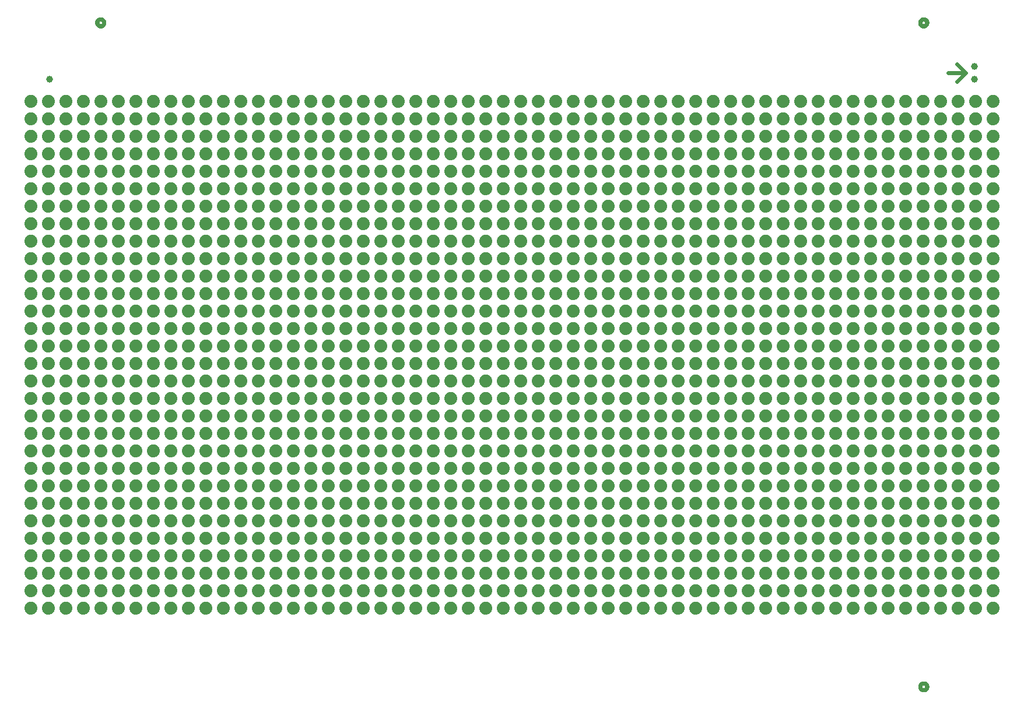
<source format=gtl>
G75*
%MOIN*%
%OFA0B0*%
%FSLAX25Y25*%
%IPPOS*%
%LPD*%
%AMOC8*
5,1,8,0,0,1.08239X$1,22.5*
%
%ADD10C,0.02400*%
%ADD11C,0.03937*%
%ADD12C,0.07400*%
D10*
X0526269Y0008690D02*
X0526271Y0008778D01*
X0526277Y0008866D01*
X0526287Y0008954D01*
X0526301Y0009042D01*
X0526318Y0009128D01*
X0526340Y0009214D01*
X0526365Y0009298D01*
X0526395Y0009382D01*
X0526427Y0009464D01*
X0526464Y0009544D01*
X0526504Y0009623D01*
X0526548Y0009700D01*
X0526595Y0009775D01*
X0526645Y0009847D01*
X0526699Y0009918D01*
X0526755Y0009985D01*
X0526815Y0010051D01*
X0526877Y0010113D01*
X0526943Y0010173D01*
X0527010Y0010229D01*
X0527081Y0010283D01*
X0527153Y0010333D01*
X0527228Y0010380D01*
X0527305Y0010424D01*
X0527384Y0010464D01*
X0527464Y0010501D01*
X0527546Y0010533D01*
X0527630Y0010563D01*
X0527714Y0010588D01*
X0527800Y0010610D01*
X0527886Y0010627D01*
X0527974Y0010641D01*
X0528062Y0010651D01*
X0528150Y0010657D01*
X0528238Y0010659D01*
X0528326Y0010657D01*
X0528414Y0010651D01*
X0528502Y0010641D01*
X0528590Y0010627D01*
X0528676Y0010610D01*
X0528762Y0010588D01*
X0528846Y0010563D01*
X0528930Y0010533D01*
X0529012Y0010501D01*
X0529092Y0010464D01*
X0529171Y0010424D01*
X0529248Y0010380D01*
X0529323Y0010333D01*
X0529395Y0010283D01*
X0529466Y0010229D01*
X0529533Y0010173D01*
X0529599Y0010113D01*
X0529661Y0010051D01*
X0529721Y0009985D01*
X0529777Y0009918D01*
X0529831Y0009847D01*
X0529881Y0009775D01*
X0529928Y0009700D01*
X0529972Y0009623D01*
X0530012Y0009544D01*
X0530049Y0009464D01*
X0530081Y0009382D01*
X0530111Y0009298D01*
X0530136Y0009214D01*
X0530158Y0009128D01*
X0530175Y0009042D01*
X0530189Y0008954D01*
X0530199Y0008866D01*
X0530205Y0008778D01*
X0530207Y0008690D01*
X0530205Y0008602D01*
X0530199Y0008514D01*
X0530189Y0008426D01*
X0530175Y0008338D01*
X0530158Y0008252D01*
X0530136Y0008166D01*
X0530111Y0008082D01*
X0530081Y0007998D01*
X0530049Y0007916D01*
X0530012Y0007836D01*
X0529972Y0007757D01*
X0529928Y0007680D01*
X0529881Y0007605D01*
X0529831Y0007533D01*
X0529777Y0007462D01*
X0529721Y0007395D01*
X0529661Y0007329D01*
X0529599Y0007267D01*
X0529533Y0007207D01*
X0529466Y0007151D01*
X0529395Y0007097D01*
X0529323Y0007047D01*
X0529248Y0007000D01*
X0529171Y0006956D01*
X0529092Y0006916D01*
X0529012Y0006879D01*
X0528930Y0006847D01*
X0528846Y0006817D01*
X0528762Y0006792D01*
X0528676Y0006770D01*
X0528590Y0006753D01*
X0528502Y0006739D01*
X0528414Y0006729D01*
X0528326Y0006723D01*
X0528238Y0006721D01*
X0528150Y0006723D01*
X0528062Y0006729D01*
X0527974Y0006739D01*
X0527886Y0006753D01*
X0527800Y0006770D01*
X0527714Y0006792D01*
X0527630Y0006817D01*
X0527546Y0006847D01*
X0527464Y0006879D01*
X0527384Y0006916D01*
X0527305Y0006956D01*
X0527228Y0007000D01*
X0527153Y0007047D01*
X0527081Y0007097D01*
X0527010Y0007151D01*
X0526943Y0007207D01*
X0526877Y0007267D01*
X0526815Y0007329D01*
X0526755Y0007395D01*
X0526699Y0007462D01*
X0526645Y0007533D01*
X0526595Y0007605D01*
X0526548Y0007680D01*
X0526504Y0007757D01*
X0526464Y0007836D01*
X0526427Y0007916D01*
X0526395Y0007998D01*
X0526365Y0008082D01*
X0526340Y0008166D01*
X0526318Y0008252D01*
X0526301Y0008338D01*
X0526287Y0008426D01*
X0526277Y0008514D01*
X0526271Y0008602D01*
X0526269Y0008690D01*
X0547253Y0354900D02*
X0552253Y0359900D01*
X0547253Y0364900D01*
X0542253Y0359900D02*
X0552253Y0359900D01*
X0526269Y0388611D02*
X0526271Y0388699D01*
X0526277Y0388787D01*
X0526287Y0388875D01*
X0526301Y0388963D01*
X0526318Y0389049D01*
X0526340Y0389135D01*
X0526365Y0389219D01*
X0526395Y0389303D01*
X0526427Y0389385D01*
X0526464Y0389465D01*
X0526504Y0389544D01*
X0526548Y0389621D01*
X0526595Y0389696D01*
X0526645Y0389768D01*
X0526699Y0389839D01*
X0526755Y0389906D01*
X0526815Y0389972D01*
X0526877Y0390034D01*
X0526943Y0390094D01*
X0527010Y0390150D01*
X0527081Y0390204D01*
X0527153Y0390254D01*
X0527228Y0390301D01*
X0527305Y0390345D01*
X0527384Y0390385D01*
X0527464Y0390422D01*
X0527546Y0390454D01*
X0527630Y0390484D01*
X0527714Y0390509D01*
X0527800Y0390531D01*
X0527886Y0390548D01*
X0527974Y0390562D01*
X0528062Y0390572D01*
X0528150Y0390578D01*
X0528238Y0390580D01*
X0528326Y0390578D01*
X0528414Y0390572D01*
X0528502Y0390562D01*
X0528590Y0390548D01*
X0528676Y0390531D01*
X0528762Y0390509D01*
X0528846Y0390484D01*
X0528930Y0390454D01*
X0529012Y0390422D01*
X0529092Y0390385D01*
X0529171Y0390345D01*
X0529248Y0390301D01*
X0529323Y0390254D01*
X0529395Y0390204D01*
X0529466Y0390150D01*
X0529533Y0390094D01*
X0529599Y0390034D01*
X0529661Y0389972D01*
X0529721Y0389906D01*
X0529777Y0389839D01*
X0529831Y0389768D01*
X0529881Y0389696D01*
X0529928Y0389621D01*
X0529972Y0389544D01*
X0530012Y0389465D01*
X0530049Y0389385D01*
X0530081Y0389303D01*
X0530111Y0389219D01*
X0530136Y0389135D01*
X0530158Y0389049D01*
X0530175Y0388963D01*
X0530189Y0388875D01*
X0530199Y0388787D01*
X0530205Y0388699D01*
X0530207Y0388611D01*
X0530205Y0388523D01*
X0530199Y0388435D01*
X0530189Y0388347D01*
X0530175Y0388259D01*
X0530158Y0388173D01*
X0530136Y0388087D01*
X0530111Y0388003D01*
X0530081Y0387919D01*
X0530049Y0387837D01*
X0530012Y0387757D01*
X0529972Y0387678D01*
X0529928Y0387601D01*
X0529881Y0387526D01*
X0529831Y0387454D01*
X0529777Y0387383D01*
X0529721Y0387316D01*
X0529661Y0387250D01*
X0529599Y0387188D01*
X0529533Y0387128D01*
X0529466Y0387072D01*
X0529395Y0387018D01*
X0529323Y0386968D01*
X0529248Y0386921D01*
X0529171Y0386877D01*
X0529092Y0386837D01*
X0529012Y0386800D01*
X0528930Y0386768D01*
X0528846Y0386738D01*
X0528762Y0386713D01*
X0528676Y0386691D01*
X0528590Y0386674D01*
X0528502Y0386660D01*
X0528414Y0386650D01*
X0528326Y0386644D01*
X0528238Y0386642D01*
X0528150Y0386644D01*
X0528062Y0386650D01*
X0527974Y0386660D01*
X0527886Y0386674D01*
X0527800Y0386691D01*
X0527714Y0386713D01*
X0527630Y0386738D01*
X0527546Y0386768D01*
X0527464Y0386800D01*
X0527384Y0386837D01*
X0527305Y0386877D01*
X0527228Y0386921D01*
X0527153Y0386968D01*
X0527081Y0387018D01*
X0527010Y0387072D01*
X0526943Y0387128D01*
X0526877Y0387188D01*
X0526815Y0387250D01*
X0526755Y0387316D01*
X0526699Y0387383D01*
X0526645Y0387454D01*
X0526595Y0387526D01*
X0526548Y0387601D01*
X0526504Y0387678D01*
X0526464Y0387757D01*
X0526427Y0387837D01*
X0526395Y0387919D01*
X0526365Y0388003D01*
X0526340Y0388087D01*
X0526318Y0388173D01*
X0526301Y0388259D01*
X0526287Y0388347D01*
X0526277Y0388435D01*
X0526271Y0388523D01*
X0526269Y0388611D01*
X0055796Y0388611D02*
X0055798Y0388699D01*
X0055804Y0388787D01*
X0055814Y0388875D01*
X0055828Y0388963D01*
X0055845Y0389049D01*
X0055867Y0389135D01*
X0055892Y0389219D01*
X0055922Y0389303D01*
X0055954Y0389385D01*
X0055991Y0389465D01*
X0056031Y0389544D01*
X0056075Y0389621D01*
X0056122Y0389696D01*
X0056172Y0389768D01*
X0056226Y0389839D01*
X0056282Y0389906D01*
X0056342Y0389972D01*
X0056404Y0390034D01*
X0056470Y0390094D01*
X0056537Y0390150D01*
X0056608Y0390204D01*
X0056680Y0390254D01*
X0056755Y0390301D01*
X0056832Y0390345D01*
X0056911Y0390385D01*
X0056991Y0390422D01*
X0057073Y0390454D01*
X0057157Y0390484D01*
X0057241Y0390509D01*
X0057327Y0390531D01*
X0057413Y0390548D01*
X0057501Y0390562D01*
X0057589Y0390572D01*
X0057677Y0390578D01*
X0057765Y0390580D01*
X0057853Y0390578D01*
X0057941Y0390572D01*
X0058029Y0390562D01*
X0058117Y0390548D01*
X0058203Y0390531D01*
X0058289Y0390509D01*
X0058373Y0390484D01*
X0058457Y0390454D01*
X0058539Y0390422D01*
X0058619Y0390385D01*
X0058698Y0390345D01*
X0058775Y0390301D01*
X0058850Y0390254D01*
X0058922Y0390204D01*
X0058993Y0390150D01*
X0059060Y0390094D01*
X0059126Y0390034D01*
X0059188Y0389972D01*
X0059248Y0389906D01*
X0059304Y0389839D01*
X0059358Y0389768D01*
X0059408Y0389696D01*
X0059455Y0389621D01*
X0059499Y0389544D01*
X0059539Y0389465D01*
X0059576Y0389385D01*
X0059608Y0389303D01*
X0059638Y0389219D01*
X0059663Y0389135D01*
X0059685Y0389049D01*
X0059702Y0388963D01*
X0059716Y0388875D01*
X0059726Y0388787D01*
X0059732Y0388699D01*
X0059734Y0388611D01*
X0059732Y0388523D01*
X0059726Y0388435D01*
X0059716Y0388347D01*
X0059702Y0388259D01*
X0059685Y0388173D01*
X0059663Y0388087D01*
X0059638Y0388003D01*
X0059608Y0387919D01*
X0059576Y0387837D01*
X0059539Y0387757D01*
X0059499Y0387678D01*
X0059455Y0387601D01*
X0059408Y0387526D01*
X0059358Y0387454D01*
X0059304Y0387383D01*
X0059248Y0387316D01*
X0059188Y0387250D01*
X0059126Y0387188D01*
X0059060Y0387128D01*
X0058993Y0387072D01*
X0058922Y0387018D01*
X0058850Y0386968D01*
X0058775Y0386921D01*
X0058698Y0386877D01*
X0058619Y0386837D01*
X0058539Y0386800D01*
X0058457Y0386768D01*
X0058373Y0386738D01*
X0058289Y0386713D01*
X0058203Y0386691D01*
X0058117Y0386674D01*
X0058029Y0386660D01*
X0057941Y0386650D01*
X0057853Y0386644D01*
X0057765Y0386642D01*
X0057677Y0386644D01*
X0057589Y0386650D01*
X0057501Y0386660D01*
X0057413Y0386674D01*
X0057327Y0386691D01*
X0057241Y0386713D01*
X0057157Y0386738D01*
X0057073Y0386768D01*
X0056991Y0386800D01*
X0056911Y0386837D01*
X0056832Y0386877D01*
X0056755Y0386921D01*
X0056680Y0386968D01*
X0056608Y0387018D01*
X0056537Y0387072D01*
X0056470Y0387128D01*
X0056404Y0387188D01*
X0056342Y0387250D01*
X0056282Y0387316D01*
X0056226Y0387383D01*
X0056172Y0387454D01*
X0056122Y0387526D01*
X0056075Y0387601D01*
X0056031Y0387678D01*
X0055991Y0387757D01*
X0055954Y0387837D01*
X0055922Y0387919D01*
X0055892Y0388003D01*
X0055867Y0388087D01*
X0055845Y0388173D01*
X0055828Y0388259D01*
X0055814Y0388347D01*
X0055804Y0388435D01*
X0055798Y0388523D01*
X0055796Y0388611D01*
D11*
X0028750Y0356150D03*
X0557253Y0356150D03*
X0557253Y0363650D03*
D12*
X0018001Y0053650D03*
X0028001Y0053650D03*
X0038001Y0053650D03*
X0048001Y0053650D03*
X0058001Y0053650D03*
X0068001Y0053650D03*
X0078001Y0053650D03*
X0088001Y0053650D03*
X0098001Y0053650D03*
X0108001Y0053650D03*
X0118001Y0053650D03*
X0128001Y0053650D03*
X0138001Y0053650D03*
X0148001Y0053650D03*
X0158001Y0053650D03*
X0168001Y0053650D03*
X0178001Y0053650D03*
X0188001Y0053650D03*
X0198001Y0053650D03*
X0208001Y0053650D03*
X0218001Y0053650D03*
X0228001Y0053650D03*
X0238001Y0053650D03*
X0248001Y0053650D03*
X0258001Y0053650D03*
X0268001Y0053650D03*
X0278001Y0053650D03*
X0288001Y0053650D03*
X0298001Y0053650D03*
X0308001Y0053650D03*
X0318001Y0053650D03*
X0328001Y0053650D03*
X0338001Y0053650D03*
X0348001Y0053650D03*
X0358001Y0053650D03*
X0368001Y0053650D03*
X0378001Y0053650D03*
X0388001Y0053650D03*
X0398001Y0053650D03*
X0408001Y0053650D03*
X0418001Y0053650D03*
X0428001Y0053650D03*
X0438001Y0053650D03*
X0448001Y0053650D03*
X0458001Y0053650D03*
X0468001Y0053650D03*
X0478001Y0053650D03*
X0488001Y0053650D03*
X0498001Y0053650D03*
X0508001Y0053650D03*
X0518001Y0053650D03*
X0528001Y0053650D03*
X0538001Y0053650D03*
X0548001Y0053650D03*
X0558001Y0053650D03*
X0568001Y0053650D03*
X0568001Y0063650D03*
X0558001Y0063650D03*
X0548001Y0063650D03*
X0538001Y0063650D03*
X0528001Y0063650D03*
X0518001Y0063650D03*
X0508001Y0063650D03*
X0498001Y0063650D03*
X0488001Y0063650D03*
X0478001Y0063650D03*
X0468001Y0063650D03*
X0458001Y0063650D03*
X0448001Y0063650D03*
X0438001Y0063650D03*
X0428001Y0063650D03*
X0418001Y0063650D03*
X0408001Y0063650D03*
X0398001Y0063650D03*
X0388001Y0063650D03*
X0378001Y0063650D03*
X0368001Y0063650D03*
X0358001Y0063650D03*
X0348001Y0063650D03*
X0338001Y0063650D03*
X0328001Y0063650D03*
X0318001Y0063650D03*
X0308001Y0063650D03*
X0298001Y0063650D03*
X0288001Y0063650D03*
X0278001Y0063650D03*
X0268001Y0063650D03*
X0258001Y0063650D03*
X0248001Y0063650D03*
X0238001Y0063650D03*
X0228001Y0063650D03*
X0218001Y0063650D03*
X0208001Y0063650D03*
X0198001Y0063650D03*
X0188001Y0063650D03*
X0178001Y0063650D03*
X0168001Y0063650D03*
X0158001Y0063650D03*
X0148001Y0063650D03*
X0138001Y0063650D03*
X0128001Y0063650D03*
X0118001Y0063650D03*
X0108001Y0063650D03*
X0098001Y0063650D03*
X0088001Y0063650D03*
X0078001Y0063650D03*
X0068001Y0063650D03*
X0058001Y0063650D03*
X0048001Y0063650D03*
X0038001Y0063650D03*
X0028001Y0063650D03*
X0018001Y0063650D03*
X0018001Y0073650D03*
X0028001Y0073650D03*
X0038001Y0073650D03*
X0048001Y0073650D03*
X0058001Y0073650D03*
X0068001Y0073650D03*
X0078001Y0073650D03*
X0088001Y0073650D03*
X0098001Y0073650D03*
X0108001Y0073650D03*
X0118001Y0073650D03*
X0128001Y0073650D03*
X0138001Y0073650D03*
X0148001Y0073650D03*
X0158001Y0073650D03*
X0168001Y0073650D03*
X0178001Y0073650D03*
X0188001Y0073650D03*
X0198001Y0073650D03*
X0208001Y0073650D03*
X0218001Y0073650D03*
X0228001Y0073650D03*
X0238001Y0073650D03*
X0248001Y0073650D03*
X0258001Y0073650D03*
X0268001Y0073650D03*
X0278001Y0073650D03*
X0288001Y0073650D03*
X0298001Y0073650D03*
X0308001Y0073650D03*
X0318001Y0073650D03*
X0328001Y0073650D03*
X0338001Y0073650D03*
X0348001Y0073650D03*
X0358001Y0073650D03*
X0368001Y0073650D03*
X0378001Y0073650D03*
X0388001Y0073650D03*
X0398001Y0073650D03*
X0408001Y0073650D03*
X0418001Y0073650D03*
X0428001Y0073650D03*
X0438001Y0073650D03*
X0448001Y0073650D03*
X0458001Y0073650D03*
X0468001Y0073650D03*
X0478001Y0073650D03*
X0488001Y0073650D03*
X0498001Y0073650D03*
X0508001Y0073650D03*
X0518001Y0073650D03*
X0528001Y0073650D03*
X0538001Y0073650D03*
X0548001Y0073650D03*
X0558001Y0073650D03*
X0568001Y0073650D03*
X0568001Y0083650D03*
X0558001Y0083650D03*
X0548001Y0083650D03*
X0538001Y0083650D03*
X0528001Y0083650D03*
X0518001Y0083650D03*
X0508001Y0083650D03*
X0498001Y0083650D03*
X0488001Y0083650D03*
X0478001Y0083650D03*
X0468001Y0083650D03*
X0458001Y0083650D03*
X0448001Y0083650D03*
X0438001Y0083650D03*
X0428001Y0083650D03*
X0418001Y0083650D03*
X0408001Y0083650D03*
X0398001Y0083650D03*
X0388001Y0083650D03*
X0378001Y0083650D03*
X0368001Y0083650D03*
X0358001Y0083650D03*
X0348001Y0083650D03*
X0338001Y0083650D03*
X0328001Y0083650D03*
X0318001Y0083650D03*
X0308001Y0083650D03*
X0298001Y0083650D03*
X0288001Y0083650D03*
X0278001Y0083650D03*
X0268001Y0083650D03*
X0258001Y0083650D03*
X0248001Y0083650D03*
X0238001Y0083650D03*
X0228001Y0083650D03*
X0218001Y0083650D03*
X0208001Y0083650D03*
X0198001Y0083650D03*
X0188001Y0083650D03*
X0178001Y0083650D03*
X0168001Y0083650D03*
X0158001Y0083650D03*
X0148001Y0083650D03*
X0138001Y0083650D03*
X0128001Y0083650D03*
X0118001Y0083650D03*
X0108001Y0083650D03*
X0098001Y0083650D03*
X0088001Y0083650D03*
X0078001Y0083650D03*
X0068001Y0083650D03*
X0058001Y0083650D03*
X0048001Y0083650D03*
X0038001Y0083650D03*
X0028001Y0083650D03*
X0018001Y0083650D03*
X0018001Y0093650D03*
X0028001Y0093650D03*
X0038001Y0093650D03*
X0048001Y0093650D03*
X0058001Y0093650D03*
X0068001Y0093650D03*
X0078001Y0093650D03*
X0088001Y0093650D03*
X0098001Y0093650D03*
X0108001Y0093650D03*
X0118001Y0093650D03*
X0128001Y0093650D03*
X0138001Y0093650D03*
X0148001Y0093650D03*
X0158001Y0093650D03*
X0168001Y0093650D03*
X0178001Y0093650D03*
X0188001Y0093650D03*
X0198001Y0093650D03*
X0208001Y0093650D03*
X0218001Y0093650D03*
X0228001Y0093650D03*
X0238001Y0093650D03*
X0248001Y0093650D03*
X0258001Y0093650D03*
X0268001Y0093650D03*
X0278001Y0093650D03*
X0288001Y0093650D03*
X0298001Y0093650D03*
X0308001Y0093650D03*
X0318001Y0093650D03*
X0328001Y0093650D03*
X0338001Y0093650D03*
X0348001Y0093650D03*
X0358001Y0093650D03*
X0368001Y0093650D03*
X0378001Y0093650D03*
X0388001Y0093650D03*
X0398001Y0093650D03*
X0408001Y0093650D03*
X0418001Y0093650D03*
X0428001Y0093650D03*
X0438001Y0093650D03*
X0448001Y0093650D03*
X0458001Y0093650D03*
X0468001Y0093650D03*
X0478001Y0093650D03*
X0488001Y0093650D03*
X0498001Y0093650D03*
X0508001Y0093650D03*
X0518001Y0093650D03*
X0528001Y0093650D03*
X0538001Y0093650D03*
X0548001Y0093650D03*
X0558001Y0093650D03*
X0568001Y0093650D03*
X0568001Y0103650D03*
X0558001Y0103650D03*
X0548001Y0103650D03*
X0538001Y0103650D03*
X0528001Y0103650D03*
X0518001Y0103650D03*
X0508001Y0103650D03*
X0498001Y0103650D03*
X0488001Y0103650D03*
X0478001Y0103650D03*
X0468001Y0103650D03*
X0458001Y0103650D03*
X0448001Y0103650D03*
X0438001Y0103650D03*
X0428001Y0103650D03*
X0418001Y0103650D03*
X0408001Y0103650D03*
X0398001Y0103650D03*
X0388001Y0103650D03*
X0378001Y0103650D03*
X0368001Y0103650D03*
X0358001Y0103650D03*
X0348001Y0103650D03*
X0338001Y0103650D03*
X0328001Y0103650D03*
X0318001Y0103650D03*
X0308001Y0103650D03*
X0298001Y0103650D03*
X0288001Y0103650D03*
X0278001Y0103650D03*
X0268001Y0103650D03*
X0258001Y0103650D03*
X0248001Y0103650D03*
X0238001Y0103650D03*
X0228001Y0103650D03*
X0218001Y0103650D03*
X0208001Y0103650D03*
X0198001Y0103650D03*
X0188001Y0103650D03*
X0178001Y0103650D03*
X0168001Y0103650D03*
X0158001Y0103650D03*
X0148001Y0103650D03*
X0138001Y0103650D03*
X0128001Y0103650D03*
X0118001Y0103650D03*
X0108001Y0103650D03*
X0098001Y0103650D03*
X0088001Y0103650D03*
X0078001Y0103650D03*
X0068001Y0103650D03*
X0058001Y0103650D03*
X0048001Y0103650D03*
X0038001Y0103650D03*
X0028001Y0103650D03*
X0018001Y0103650D03*
X0018001Y0113650D03*
X0028001Y0113650D03*
X0038001Y0113650D03*
X0048001Y0113650D03*
X0058001Y0113650D03*
X0068001Y0113650D03*
X0078001Y0113650D03*
X0088001Y0113650D03*
X0098001Y0113650D03*
X0108001Y0113650D03*
X0118001Y0113650D03*
X0128001Y0113650D03*
X0138001Y0113650D03*
X0148001Y0113650D03*
X0158001Y0113650D03*
X0168001Y0113650D03*
X0178001Y0113650D03*
X0188001Y0113650D03*
X0198001Y0113650D03*
X0208001Y0113650D03*
X0218001Y0113650D03*
X0228001Y0113650D03*
X0238001Y0113650D03*
X0248001Y0113650D03*
X0258001Y0113650D03*
X0268001Y0113650D03*
X0278001Y0113650D03*
X0288001Y0113650D03*
X0298001Y0113650D03*
X0308001Y0113650D03*
X0318001Y0113650D03*
X0328001Y0113650D03*
X0338001Y0113650D03*
X0348001Y0113650D03*
X0358001Y0113650D03*
X0368001Y0113650D03*
X0378001Y0113650D03*
X0388001Y0113650D03*
X0398001Y0113650D03*
X0408001Y0113650D03*
X0418001Y0113650D03*
X0428001Y0113650D03*
X0438001Y0113650D03*
X0448001Y0113650D03*
X0458001Y0113650D03*
X0468001Y0113650D03*
X0478001Y0113650D03*
X0488001Y0113650D03*
X0498001Y0113650D03*
X0508001Y0113650D03*
X0518001Y0113650D03*
X0528001Y0113650D03*
X0538001Y0113650D03*
X0548001Y0113650D03*
X0558001Y0113650D03*
X0568001Y0113650D03*
X0568001Y0123650D03*
X0558001Y0123650D03*
X0548001Y0123650D03*
X0538001Y0123650D03*
X0528001Y0123650D03*
X0518001Y0123650D03*
X0508001Y0123650D03*
X0498001Y0123650D03*
X0488001Y0123650D03*
X0478001Y0123650D03*
X0468001Y0123650D03*
X0458001Y0123650D03*
X0448001Y0123650D03*
X0438001Y0123650D03*
X0428001Y0123650D03*
X0418001Y0123650D03*
X0408001Y0123650D03*
X0398001Y0123650D03*
X0388001Y0123650D03*
X0378001Y0123650D03*
X0368001Y0123650D03*
X0358001Y0123650D03*
X0348001Y0123650D03*
X0338001Y0123650D03*
X0328001Y0123650D03*
X0318001Y0123650D03*
X0308001Y0123650D03*
X0298001Y0123650D03*
X0288001Y0123650D03*
X0278001Y0123650D03*
X0268001Y0123650D03*
X0258001Y0123650D03*
X0248001Y0123650D03*
X0238001Y0123650D03*
X0228001Y0123650D03*
X0218001Y0123650D03*
X0208001Y0123650D03*
X0198001Y0123650D03*
X0188001Y0123650D03*
X0178001Y0123650D03*
X0168001Y0123650D03*
X0158001Y0123650D03*
X0148001Y0123650D03*
X0138001Y0123650D03*
X0128001Y0123650D03*
X0118001Y0123650D03*
X0108001Y0123650D03*
X0098001Y0123650D03*
X0088001Y0123650D03*
X0078001Y0123650D03*
X0068001Y0123650D03*
X0058001Y0123650D03*
X0048001Y0123650D03*
X0038001Y0123650D03*
X0028001Y0123650D03*
X0018001Y0123650D03*
X0018001Y0133650D03*
X0028001Y0133650D03*
X0038001Y0133650D03*
X0048001Y0133650D03*
X0058001Y0133650D03*
X0068001Y0133650D03*
X0078001Y0133650D03*
X0088001Y0133650D03*
X0098001Y0133650D03*
X0108001Y0133650D03*
X0118001Y0133650D03*
X0128001Y0133650D03*
X0138001Y0133650D03*
X0148001Y0133650D03*
X0158001Y0133650D03*
X0168001Y0133650D03*
X0178001Y0133650D03*
X0188001Y0133650D03*
X0198001Y0133650D03*
X0208001Y0133650D03*
X0218001Y0133650D03*
X0228001Y0133650D03*
X0238001Y0133650D03*
X0248001Y0133650D03*
X0258001Y0133650D03*
X0268001Y0133650D03*
X0278001Y0133650D03*
X0288001Y0133650D03*
X0298001Y0133650D03*
X0308001Y0133650D03*
X0318001Y0133650D03*
X0328001Y0133650D03*
X0338001Y0133650D03*
X0348001Y0133650D03*
X0358001Y0133650D03*
X0368001Y0133650D03*
X0378001Y0133650D03*
X0388001Y0133650D03*
X0398001Y0133650D03*
X0408001Y0133650D03*
X0418001Y0133650D03*
X0428001Y0133650D03*
X0438001Y0133650D03*
X0448001Y0133650D03*
X0458001Y0133650D03*
X0468001Y0133650D03*
X0478001Y0133650D03*
X0488001Y0133650D03*
X0498001Y0133650D03*
X0508001Y0133650D03*
X0518001Y0133650D03*
X0528001Y0133650D03*
X0538001Y0133650D03*
X0548001Y0133650D03*
X0558001Y0133650D03*
X0568001Y0133650D03*
X0568001Y0143650D03*
X0558001Y0143650D03*
X0548001Y0143650D03*
X0538001Y0143650D03*
X0528001Y0143650D03*
X0518001Y0143650D03*
X0508001Y0143650D03*
X0498001Y0143650D03*
X0488001Y0143650D03*
X0478001Y0143650D03*
X0468001Y0143650D03*
X0458001Y0143650D03*
X0448001Y0143650D03*
X0438001Y0143650D03*
X0428001Y0143650D03*
X0418001Y0143650D03*
X0408001Y0143650D03*
X0398001Y0143650D03*
X0388001Y0143650D03*
X0378001Y0143650D03*
X0368001Y0143650D03*
X0358001Y0143650D03*
X0348001Y0143650D03*
X0338001Y0143650D03*
X0328001Y0143650D03*
X0318001Y0143650D03*
X0308001Y0143650D03*
X0298001Y0143650D03*
X0288001Y0143650D03*
X0278001Y0143650D03*
X0268001Y0143650D03*
X0258001Y0143650D03*
X0248001Y0143650D03*
X0238001Y0143650D03*
X0228001Y0143650D03*
X0218001Y0143650D03*
X0208001Y0143650D03*
X0198001Y0143650D03*
X0188001Y0143650D03*
X0178001Y0143650D03*
X0168001Y0143650D03*
X0158001Y0143650D03*
X0148001Y0143650D03*
X0138001Y0143650D03*
X0128001Y0143650D03*
X0118001Y0143650D03*
X0108001Y0143650D03*
X0098001Y0143650D03*
X0088001Y0143650D03*
X0078001Y0143650D03*
X0068001Y0143650D03*
X0058001Y0143650D03*
X0048001Y0143650D03*
X0038001Y0143650D03*
X0028001Y0143650D03*
X0018001Y0143650D03*
X0018001Y0153650D03*
X0028001Y0153650D03*
X0038001Y0153650D03*
X0048001Y0153650D03*
X0058001Y0153650D03*
X0068001Y0153650D03*
X0078001Y0153650D03*
X0088001Y0153650D03*
X0098001Y0153650D03*
X0108001Y0153650D03*
X0118001Y0153650D03*
X0128001Y0153650D03*
X0138001Y0153650D03*
X0148001Y0153650D03*
X0158001Y0153650D03*
X0168001Y0153650D03*
X0178001Y0153650D03*
X0188001Y0153650D03*
X0198001Y0153650D03*
X0208001Y0153650D03*
X0218001Y0153650D03*
X0228001Y0153650D03*
X0238001Y0153650D03*
X0248001Y0153650D03*
X0258001Y0153650D03*
X0268001Y0153650D03*
X0278001Y0153650D03*
X0288001Y0153650D03*
X0298001Y0153650D03*
X0308001Y0153650D03*
X0318001Y0153650D03*
X0328001Y0153650D03*
X0338001Y0153650D03*
X0348001Y0153650D03*
X0358001Y0153650D03*
X0368001Y0153650D03*
X0378001Y0153650D03*
X0388001Y0153650D03*
X0398001Y0153650D03*
X0408001Y0153650D03*
X0418001Y0153650D03*
X0428001Y0153650D03*
X0438001Y0153650D03*
X0448001Y0153650D03*
X0458001Y0153650D03*
X0468001Y0153650D03*
X0478001Y0153650D03*
X0488001Y0153650D03*
X0498001Y0153650D03*
X0508001Y0153650D03*
X0518001Y0153650D03*
X0528001Y0153650D03*
X0538001Y0153650D03*
X0548001Y0153650D03*
X0558001Y0153650D03*
X0568001Y0153650D03*
X0568001Y0163650D03*
X0558001Y0163650D03*
X0548001Y0163650D03*
X0538001Y0163650D03*
X0528001Y0163650D03*
X0518001Y0163650D03*
X0508001Y0163650D03*
X0498001Y0163650D03*
X0488001Y0163650D03*
X0478001Y0163650D03*
X0468001Y0163650D03*
X0458001Y0163650D03*
X0448001Y0163650D03*
X0438001Y0163650D03*
X0428001Y0163650D03*
X0418001Y0163650D03*
X0408001Y0163650D03*
X0398001Y0163650D03*
X0388001Y0163650D03*
X0378001Y0163650D03*
X0368001Y0163650D03*
X0358001Y0163650D03*
X0348001Y0163650D03*
X0338001Y0163650D03*
X0328001Y0163650D03*
X0318001Y0163650D03*
X0308001Y0163650D03*
X0298001Y0163650D03*
X0288001Y0163650D03*
X0278001Y0163650D03*
X0268001Y0163650D03*
X0258001Y0163650D03*
X0248001Y0163650D03*
X0238001Y0163650D03*
X0228001Y0163650D03*
X0218001Y0163650D03*
X0208001Y0163650D03*
X0198001Y0163650D03*
X0188001Y0163650D03*
X0178001Y0163650D03*
X0168001Y0163650D03*
X0158001Y0163650D03*
X0148001Y0163650D03*
X0138001Y0163650D03*
X0128001Y0163650D03*
X0118001Y0163650D03*
X0108001Y0163650D03*
X0098001Y0163650D03*
X0088001Y0163650D03*
X0078001Y0163650D03*
X0068001Y0163650D03*
X0058001Y0163650D03*
X0048001Y0163650D03*
X0038001Y0163650D03*
X0028001Y0163650D03*
X0018001Y0163650D03*
X0018001Y0173650D03*
X0028001Y0173650D03*
X0038001Y0173650D03*
X0048001Y0173650D03*
X0058001Y0173650D03*
X0068001Y0173650D03*
X0078001Y0173650D03*
X0088001Y0173650D03*
X0098001Y0173650D03*
X0108001Y0173650D03*
X0118001Y0173650D03*
X0128001Y0173650D03*
X0138001Y0173650D03*
X0148001Y0173650D03*
X0158001Y0173650D03*
X0168001Y0173650D03*
X0178001Y0173650D03*
X0188001Y0173650D03*
X0198001Y0173650D03*
X0208001Y0173650D03*
X0218001Y0173650D03*
X0228001Y0173650D03*
X0238001Y0173650D03*
X0248001Y0173650D03*
X0258001Y0173650D03*
X0268001Y0173650D03*
X0278001Y0173650D03*
X0288001Y0173650D03*
X0298001Y0173650D03*
X0308001Y0173650D03*
X0318001Y0173650D03*
X0328001Y0173650D03*
X0338001Y0173650D03*
X0348001Y0173650D03*
X0358001Y0173650D03*
X0368001Y0173650D03*
X0378001Y0173650D03*
X0388001Y0173650D03*
X0398001Y0173650D03*
X0408001Y0173650D03*
X0418001Y0173650D03*
X0428001Y0173650D03*
X0438001Y0173650D03*
X0448001Y0173650D03*
X0458001Y0173650D03*
X0468001Y0173650D03*
X0478001Y0173650D03*
X0488001Y0173650D03*
X0498001Y0173650D03*
X0508001Y0173650D03*
X0518001Y0173650D03*
X0528001Y0173650D03*
X0538001Y0173650D03*
X0548001Y0173650D03*
X0558001Y0173650D03*
X0568001Y0173650D03*
X0568001Y0183650D03*
X0558001Y0183650D03*
X0548001Y0183650D03*
X0538001Y0183650D03*
X0528001Y0183650D03*
X0518001Y0183650D03*
X0508001Y0183650D03*
X0498001Y0183650D03*
X0488001Y0183650D03*
X0478001Y0183650D03*
X0468001Y0183650D03*
X0458001Y0183650D03*
X0448001Y0183650D03*
X0438001Y0183650D03*
X0428001Y0183650D03*
X0418001Y0183650D03*
X0408001Y0183650D03*
X0398001Y0183650D03*
X0388001Y0183650D03*
X0378001Y0183650D03*
X0368001Y0183650D03*
X0358001Y0183650D03*
X0348001Y0183650D03*
X0338001Y0183650D03*
X0328001Y0183650D03*
X0318001Y0183650D03*
X0308001Y0183650D03*
X0298001Y0183650D03*
X0288001Y0183650D03*
X0278001Y0183650D03*
X0268001Y0183650D03*
X0258001Y0183650D03*
X0248001Y0183650D03*
X0238001Y0183650D03*
X0228001Y0183650D03*
X0218001Y0183650D03*
X0208001Y0183650D03*
X0198001Y0183650D03*
X0188001Y0183650D03*
X0178001Y0183650D03*
X0168001Y0183650D03*
X0158001Y0183650D03*
X0148001Y0183650D03*
X0138001Y0183650D03*
X0128001Y0183650D03*
X0118001Y0183650D03*
X0108001Y0183650D03*
X0098001Y0183650D03*
X0088001Y0183650D03*
X0078001Y0183650D03*
X0068001Y0183650D03*
X0058001Y0183650D03*
X0048001Y0183650D03*
X0038001Y0183650D03*
X0028001Y0183650D03*
X0018001Y0183650D03*
X0018001Y0193650D03*
X0028001Y0193650D03*
X0038001Y0193650D03*
X0048001Y0193650D03*
X0058001Y0193650D03*
X0068001Y0193650D03*
X0078001Y0193650D03*
X0088001Y0193650D03*
X0098001Y0193650D03*
X0108001Y0193650D03*
X0118001Y0193650D03*
X0128001Y0193650D03*
X0138001Y0193650D03*
X0148001Y0193650D03*
X0158001Y0193650D03*
X0168001Y0193650D03*
X0178001Y0193650D03*
X0188001Y0193650D03*
X0198001Y0193650D03*
X0208001Y0193650D03*
X0218001Y0193650D03*
X0228001Y0193650D03*
X0238001Y0193650D03*
X0248001Y0193650D03*
X0258001Y0193650D03*
X0268001Y0193650D03*
X0278001Y0193650D03*
X0288001Y0193650D03*
X0298001Y0193650D03*
X0308001Y0193650D03*
X0318001Y0193650D03*
X0328001Y0193650D03*
X0338001Y0193650D03*
X0348001Y0193650D03*
X0358001Y0193650D03*
X0368001Y0193650D03*
X0378001Y0193650D03*
X0388001Y0193650D03*
X0398001Y0193650D03*
X0408001Y0193650D03*
X0418001Y0193650D03*
X0428001Y0193650D03*
X0438001Y0193650D03*
X0448001Y0193650D03*
X0458001Y0193650D03*
X0468001Y0193650D03*
X0478001Y0193650D03*
X0488001Y0193650D03*
X0498001Y0193650D03*
X0508001Y0193650D03*
X0518001Y0193650D03*
X0528001Y0193650D03*
X0538001Y0193650D03*
X0548001Y0193650D03*
X0558001Y0193650D03*
X0568001Y0193650D03*
X0568001Y0203650D03*
X0558001Y0203650D03*
X0548001Y0203650D03*
X0538001Y0203650D03*
X0528001Y0203650D03*
X0518001Y0203650D03*
X0508001Y0203650D03*
X0498001Y0203650D03*
X0488001Y0203650D03*
X0478001Y0203650D03*
X0468001Y0203650D03*
X0458001Y0203650D03*
X0448001Y0203650D03*
X0438001Y0203650D03*
X0428001Y0203650D03*
X0418001Y0203650D03*
X0408001Y0203650D03*
X0398001Y0203650D03*
X0388001Y0203650D03*
X0378001Y0203650D03*
X0368001Y0203650D03*
X0358001Y0203650D03*
X0348001Y0203650D03*
X0338001Y0203650D03*
X0328001Y0203650D03*
X0318001Y0203650D03*
X0308001Y0203650D03*
X0298001Y0203650D03*
X0288001Y0203650D03*
X0278001Y0203650D03*
X0268001Y0203650D03*
X0258001Y0203650D03*
X0248001Y0203650D03*
X0238001Y0203650D03*
X0228001Y0203650D03*
X0218001Y0203650D03*
X0208001Y0203650D03*
X0198001Y0203650D03*
X0188001Y0203650D03*
X0178001Y0203650D03*
X0168001Y0203650D03*
X0158001Y0203650D03*
X0148001Y0203650D03*
X0138001Y0203650D03*
X0128001Y0203650D03*
X0118001Y0203650D03*
X0108001Y0203650D03*
X0098001Y0203650D03*
X0088001Y0203650D03*
X0078001Y0203650D03*
X0068001Y0203650D03*
X0058001Y0203650D03*
X0048001Y0203650D03*
X0038001Y0203650D03*
X0028001Y0203650D03*
X0018001Y0203650D03*
X0018001Y0213650D03*
X0028001Y0213650D03*
X0038001Y0213650D03*
X0048001Y0213650D03*
X0058001Y0213650D03*
X0068001Y0213650D03*
X0078001Y0213650D03*
X0088001Y0213650D03*
X0098001Y0213650D03*
X0108001Y0213650D03*
X0118001Y0213650D03*
X0128001Y0213650D03*
X0138001Y0213650D03*
X0148001Y0213650D03*
X0158001Y0213650D03*
X0168001Y0213650D03*
X0178001Y0213650D03*
X0188001Y0213650D03*
X0198001Y0213650D03*
X0208001Y0213650D03*
X0218001Y0213650D03*
X0228001Y0213650D03*
X0238001Y0213650D03*
X0248001Y0213650D03*
X0258001Y0213650D03*
X0268001Y0213650D03*
X0278001Y0213650D03*
X0288001Y0213650D03*
X0298001Y0213650D03*
X0308001Y0213650D03*
X0318001Y0213650D03*
X0328001Y0213650D03*
X0338001Y0213650D03*
X0348001Y0213650D03*
X0358001Y0213650D03*
X0368001Y0213650D03*
X0378001Y0213650D03*
X0388001Y0213650D03*
X0398001Y0213650D03*
X0408001Y0213650D03*
X0418001Y0213650D03*
X0428001Y0213650D03*
X0438001Y0213650D03*
X0448001Y0213650D03*
X0458001Y0213650D03*
X0468001Y0213650D03*
X0478001Y0213650D03*
X0488001Y0213650D03*
X0498001Y0213650D03*
X0508001Y0213650D03*
X0518001Y0213650D03*
X0528001Y0213650D03*
X0538001Y0213650D03*
X0548001Y0213650D03*
X0558001Y0213650D03*
X0568001Y0213650D03*
X0568001Y0223650D03*
X0558001Y0223650D03*
X0548001Y0223650D03*
X0538001Y0223650D03*
X0528001Y0223650D03*
X0518001Y0223650D03*
X0508001Y0223650D03*
X0498001Y0223650D03*
X0488001Y0223650D03*
X0478001Y0223650D03*
X0468001Y0223650D03*
X0458001Y0223650D03*
X0448001Y0223650D03*
X0438001Y0223650D03*
X0428001Y0223650D03*
X0418001Y0223650D03*
X0408001Y0223650D03*
X0398001Y0223650D03*
X0388001Y0223650D03*
X0378001Y0223650D03*
X0368001Y0223650D03*
X0358001Y0223650D03*
X0348001Y0223650D03*
X0338001Y0223650D03*
X0328001Y0223650D03*
X0318001Y0223650D03*
X0308001Y0223650D03*
X0298001Y0223650D03*
X0288001Y0223650D03*
X0278001Y0223650D03*
X0268001Y0223650D03*
X0258001Y0223650D03*
X0248001Y0223650D03*
X0238001Y0223650D03*
X0228001Y0223650D03*
X0218001Y0223650D03*
X0208001Y0223650D03*
X0198001Y0223650D03*
X0188001Y0223650D03*
X0178001Y0223650D03*
X0168001Y0223650D03*
X0158001Y0223650D03*
X0148001Y0223650D03*
X0138001Y0223650D03*
X0128001Y0223650D03*
X0118001Y0223650D03*
X0108001Y0223650D03*
X0098001Y0223650D03*
X0088001Y0223650D03*
X0078001Y0223650D03*
X0068001Y0223650D03*
X0058001Y0223650D03*
X0048001Y0223650D03*
X0038001Y0223650D03*
X0028001Y0223650D03*
X0018001Y0223650D03*
X0018001Y0233650D03*
X0028001Y0233650D03*
X0038001Y0233650D03*
X0048001Y0233650D03*
X0058001Y0233650D03*
X0068001Y0233650D03*
X0078001Y0233650D03*
X0088001Y0233650D03*
X0098001Y0233650D03*
X0108001Y0233650D03*
X0118001Y0233650D03*
X0128001Y0233650D03*
X0138001Y0233650D03*
X0148001Y0233650D03*
X0158001Y0233650D03*
X0168001Y0233650D03*
X0178001Y0233650D03*
X0188001Y0233650D03*
X0198001Y0233650D03*
X0208001Y0233650D03*
X0218001Y0233650D03*
X0228001Y0233650D03*
X0238001Y0233650D03*
X0248001Y0233650D03*
X0258001Y0233650D03*
X0268001Y0233650D03*
X0278001Y0233650D03*
X0288001Y0233650D03*
X0298001Y0233650D03*
X0308001Y0233650D03*
X0318001Y0233650D03*
X0328001Y0233650D03*
X0338001Y0233650D03*
X0348001Y0233650D03*
X0358001Y0233650D03*
X0368001Y0233650D03*
X0378001Y0233650D03*
X0388001Y0233650D03*
X0398001Y0233650D03*
X0408001Y0233650D03*
X0418001Y0233650D03*
X0428001Y0233650D03*
X0438001Y0233650D03*
X0448001Y0233650D03*
X0458001Y0233650D03*
X0468001Y0233650D03*
X0478001Y0233650D03*
X0488001Y0233650D03*
X0498001Y0233650D03*
X0508001Y0233650D03*
X0518001Y0233650D03*
X0528001Y0233650D03*
X0538001Y0233650D03*
X0548001Y0233650D03*
X0558001Y0233650D03*
X0568001Y0233650D03*
X0568001Y0243650D03*
X0558001Y0243650D03*
X0548001Y0243650D03*
X0538001Y0243650D03*
X0528001Y0243650D03*
X0518001Y0243650D03*
X0508001Y0243650D03*
X0498001Y0243650D03*
X0488001Y0243650D03*
X0478001Y0243650D03*
X0468001Y0243650D03*
X0458001Y0243650D03*
X0448001Y0243650D03*
X0438001Y0243650D03*
X0428001Y0243650D03*
X0418001Y0243650D03*
X0408001Y0243650D03*
X0398001Y0243650D03*
X0388001Y0243650D03*
X0378001Y0243650D03*
X0368001Y0243650D03*
X0358001Y0243650D03*
X0348001Y0243650D03*
X0338001Y0243650D03*
X0328001Y0243650D03*
X0318001Y0243650D03*
X0308001Y0243650D03*
X0298001Y0243650D03*
X0288001Y0243650D03*
X0278001Y0243650D03*
X0268001Y0243650D03*
X0258001Y0243650D03*
X0248001Y0243650D03*
X0238001Y0243650D03*
X0228001Y0243650D03*
X0218001Y0243650D03*
X0208001Y0243650D03*
X0198001Y0243650D03*
X0188001Y0243650D03*
X0178001Y0243650D03*
X0168001Y0243650D03*
X0158001Y0243650D03*
X0148001Y0243650D03*
X0138001Y0243650D03*
X0128001Y0243650D03*
X0118001Y0243650D03*
X0108001Y0243650D03*
X0098001Y0243650D03*
X0088001Y0243650D03*
X0078001Y0243650D03*
X0068001Y0243650D03*
X0058001Y0243650D03*
X0048001Y0243650D03*
X0038001Y0243650D03*
X0028001Y0243650D03*
X0018001Y0243650D03*
X0018001Y0253650D03*
X0028001Y0253650D03*
X0038001Y0253650D03*
X0048001Y0253650D03*
X0058001Y0253650D03*
X0068001Y0253650D03*
X0078001Y0253650D03*
X0088001Y0253650D03*
X0098001Y0253650D03*
X0108001Y0253650D03*
X0118001Y0253650D03*
X0128001Y0253650D03*
X0138001Y0253650D03*
X0148001Y0253650D03*
X0158001Y0253650D03*
X0168001Y0253650D03*
X0178001Y0253650D03*
X0188001Y0253650D03*
X0198001Y0253650D03*
X0208001Y0253650D03*
X0218001Y0253650D03*
X0228001Y0253650D03*
X0238001Y0253650D03*
X0248001Y0253650D03*
X0258001Y0253650D03*
X0268001Y0253650D03*
X0278001Y0253650D03*
X0288001Y0253650D03*
X0298001Y0253650D03*
X0308001Y0253650D03*
X0318001Y0253650D03*
X0328001Y0253650D03*
X0338001Y0253650D03*
X0348001Y0253650D03*
X0358001Y0253650D03*
X0368001Y0253650D03*
X0378001Y0253650D03*
X0388001Y0253650D03*
X0398001Y0253650D03*
X0408001Y0253650D03*
X0418001Y0253650D03*
X0428001Y0253650D03*
X0438001Y0253650D03*
X0448001Y0253650D03*
X0458001Y0253650D03*
X0468001Y0253650D03*
X0478001Y0253650D03*
X0488001Y0253650D03*
X0498001Y0253650D03*
X0508001Y0253650D03*
X0518001Y0253650D03*
X0528001Y0253650D03*
X0538001Y0253650D03*
X0548001Y0253650D03*
X0558001Y0253650D03*
X0568001Y0253650D03*
X0568001Y0263650D03*
X0558001Y0263650D03*
X0548001Y0263650D03*
X0538001Y0263650D03*
X0528001Y0263650D03*
X0518001Y0263650D03*
X0508001Y0263650D03*
X0498001Y0263650D03*
X0488001Y0263650D03*
X0478001Y0263650D03*
X0468001Y0263650D03*
X0458001Y0263650D03*
X0448001Y0263650D03*
X0438001Y0263650D03*
X0428001Y0263650D03*
X0418001Y0263650D03*
X0408001Y0263650D03*
X0398001Y0263650D03*
X0388001Y0263650D03*
X0378001Y0263650D03*
X0368001Y0263650D03*
X0358001Y0263650D03*
X0348001Y0263650D03*
X0338001Y0263650D03*
X0328001Y0263650D03*
X0318001Y0263650D03*
X0308001Y0263650D03*
X0298001Y0263650D03*
X0288001Y0263650D03*
X0278001Y0263650D03*
X0268001Y0263650D03*
X0258001Y0263650D03*
X0248001Y0263650D03*
X0238001Y0263650D03*
X0228001Y0263650D03*
X0218001Y0263650D03*
X0208001Y0263650D03*
X0198001Y0263650D03*
X0188001Y0263650D03*
X0178001Y0263650D03*
X0168001Y0263650D03*
X0158001Y0263650D03*
X0148001Y0263650D03*
X0138001Y0263650D03*
X0128001Y0263650D03*
X0118001Y0263650D03*
X0108001Y0263650D03*
X0098001Y0263650D03*
X0088001Y0263650D03*
X0078001Y0263650D03*
X0068001Y0263650D03*
X0058001Y0263650D03*
X0048001Y0263650D03*
X0038001Y0263650D03*
X0028001Y0263650D03*
X0018001Y0263650D03*
X0018001Y0273650D03*
X0028001Y0273650D03*
X0038001Y0273650D03*
X0048001Y0273650D03*
X0058001Y0273650D03*
X0068001Y0273650D03*
X0078001Y0273650D03*
X0088001Y0273650D03*
X0098001Y0273650D03*
X0108001Y0273650D03*
X0118001Y0273650D03*
X0128001Y0273650D03*
X0138001Y0273650D03*
X0148001Y0273650D03*
X0158001Y0273650D03*
X0168001Y0273650D03*
X0178001Y0273650D03*
X0188001Y0273650D03*
X0198001Y0273650D03*
X0208001Y0273650D03*
X0218001Y0273650D03*
X0228001Y0273650D03*
X0238001Y0273650D03*
X0248001Y0273650D03*
X0258001Y0273650D03*
X0268001Y0273650D03*
X0278001Y0273650D03*
X0288001Y0273650D03*
X0298001Y0273650D03*
X0308001Y0273650D03*
X0318001Y0273650D03*
X0328001Y0273650D03*
X0338001Y0273650D03*
X0348001Y0273650D03*
X0358001Y0273650D03*
X0368001Y0273650D03*
X0378001Y0273650D03*
X0388001Y0273650D03*
X0398001Y0273650D03*
X0408001Y0273650D03*
X0418001Y0273650D03*
X0428001Y0273650D03*
X0438001Y0273650D03*
X0448001Y0273650D03*
X0458001Y0273650D03*
X0468001Y0273650D03*
X0478001Y0273650D03*
X0488001Y0273650D03*
X0498001Y0273650D03*
X0508001Y0273650D03*
X0518001Y0273650D03*
X0528001Y0273650D03*
X0538001Y0273650D03*
X0548001Y0273650D03*
X0558001Y0273650D03*
X0568001Y0273650D03*
X0568001Y0283650D03*
X0558001Y0283650D03*
X0548001Y0283650D03*
X0538001Y0283650D03*
X0528001Y0283650D03*
X0518001Y0283650D03*
X0508001Y0283650D03*
X0498001Y0283650D03*
X0488001Y0283650D03*
X0478001Y0283650D03*
X0468001Y0283650D03*
X0458001Y0283650D03*
X0448001Y0283650D03*
X0438001Y0283650D03*
X0428001Y0283650D03*
X0418001Y0283650D03*
X0408001Y0283650D03*
X0398001Y0283650D03*
X0388001Y0283650D03*
X0378001Y0283650D03*
X0368001Y0283650D03*
X0358001Y0283650D03*
X0348001Y0283650D03*
X0338001Y0283650D03*
X0328001Y0283650D03*
X0318001Y0283650D03*
X0308001Y0283650D03*
X0298001Y0283650D03*
X0288001Y0283650D03*
X0278001Y0283650D03*
X0268001Y0283650D03*
X0258001Y0283650D03*
X0248001Y0283650D03*
X0238001Y0283650D03*
X0228001Y0283650D03*
X0218001Y0283650D03*
X0208001Y0283650D03*
X0198001Y0283650D03*
X0188001Y0283650D03*
X0178001Y0283650D03*
X0168001Y0283650D03*
X0158001Y0283650D03*
X0148001Y0283650D03*
X0138001Y0283650D03*
X0128001Y0283650D03*
X0118001Y0283650D03*
X0108001Y0283650D03*
X0098001Y0283650D03*
X0088001Y0283650D03*
X0078001Y0283650D03*
X0068001Y0283650D03*
X0058001Y0283650D03*
X0048001Y0283650D03*
X0038001Y0283650D03*
X0028001Y0283650D03*
X0018001Y0283650D03*
X0018001Y0293650D03*
X0028001Y0293650D03*
X0038001Y0293650D03*
X0048001Y0293650D03*
X0058001Y0293650D03*
X0068001Y0293650D03*
X0078001Y0293650D03*
X0088001Y0293650D03*
X0098001Y0293650D03*
X0108001Y0293650D03*
X0118001Y0293650D03*
X0128001Y0293650D03*
X0138001Y0293650D03*
X0148001Y0293650D03*
X0158001Y0293650D03*
X0168001Y0293650D03*
X0178001Y0293650D03*
X0188001Y0293650D03*
X0198001Y0293650D03*
X0208001Y0293650D03*
X0218001Y0293650D03*
X0228001Y0293650D03*
X0238001Y0293650D03*
X0248001Y0293650D03*
X0258001Y0293650D03*
X0268001Y0293650D03*
X0278001Y0293650D03*
X0288001Y0293650D03*
X0298001Y0293650D03*
X0308001Y0293650D03*
X0318001Y0293650D03*
X0328001Y0293650D03*
X0338001Y0293650D03*
X0348001Y0293650D03*
X0358001Y0293650D03*
X0368001Y0293650D03*
X0378001Y0293650D03*
X0388001Y0293650D03*
X0398001Y0293650D03*
X0408001Y0293650D03*
X0418001Y0293650D03*
X0428001Y0293650D03*
X0438001Y0293650D03*
X0448001Y0293650D03*
X0458001Y0293650D03*
X0468001Y0293650D03*
X0478001Y0293650D03*
X0488001Y0293650D03*
X0498001Y0293650D03*
X0508001Y0293650D03*
X0518001Y0293650D03*
X0528001Y0293650D03*
X0538001Y0293650D03*
X0548001Y0293650D03*
X0558001Y0293650D03*
X0568001Y0293650D03*
X0568001Y0303650D03*
X0558001Y0303650D03*
X0548001Y0303650D03*
X0538001Y0303650D03*
X0528001Y0303650D03*
X0518001Y0303650D03*
X0508001Y0303650D03*
X0498001Y0303650D03*
X0488001Y0303650D03*
X0478001Y0303650D03*
X0468001Y0303650D03*
X0458001Y0303650D03*
X0448001Y0303650D03*
X0438001Y0303650D03*
X0428001Y0303650D03*
X0418001Y0303650D03*
X0408001Y0303650D03*
X0398001Y0303650D03*
X0388001Y0303650D03*
X0378001Y0303650D03*
X0368001Y0303650D03*
X0358001Y0303650D03*
X0348001Y0303650D03*
X0338001Y0303650D03*
X0328001Y0303650D03*
X0318001Y0303650D03*
X0308001Y0303650D03*
X0298001Y0303650D03*
X0288001Y0303650D03*
X0278001Y0303650D03*
X0268001Y0303650D03*
X0258001Y0303650D03*
X0248001Y0303650D03*
X0238001Y0303650D03*
X0228001Y0303650D03*
X0218001Y0303650D03*
X0208001Y0303650D03*
X0198001Y0303650D03*
X0188001Y0303650D03*
X0178001Y0303650D03*
X0168001Y0303650D03*
X0158001Y0303650D03*
X0148001Y0303650D03*
X0138001Y0303650D03*
X0128001Y0303650D03*
X0118001Y0303650D03*
X0108001Y0303650D03*
X0098001Y0303650D03*
X0088001Y0303650D03*
X0078001Y0303650D03*
X0068001Y0303650D03*
X0058001Y0303650D03*
X0048001Y0303650D03*
X0038001Y0303650D03*
X0028001Y0303650D03*
X0018001Y0303650D03*
X0018001Y0313650D03*
X0028001Y0313650D03*
X0038001Y0313650D03*
X0048001Y0313650D03*
X0058001Y0313650D03*
X0068001Y0313650D03*
X0078001Y0313650D03*
X0088001Y0313650D03*
X0098001Y0313650D03*
X0108001Y0313650D03*
X0118001Y0313650D03*
X0128001Y0313650D03*
X0138001Y0313650D03*
X0148001Y0313650D03*
X0158001Y0313650D03*
X0168001Y0313650D03*
X0178001Y0313650D03*
X0188001Y0313650D03*
X0198001Y0313650D03*
X0208001Y0313650D03*
X0218001Y0313650D03*
X0228001Y0313650D03*
X0238001Y0313650D03*
X0248001Y0313650D03*
X0258001Y0313650D03*
X0268001Y0313650D03*
X0278001Y0313650D03*
X0288001Y0313650D03*
X0298001Y0313650D03*
X0308001Y0313650D03*
X0318001Y0313650D03*
X0328001Y0313650D03*
X0338001Y0313650D03*
X0348001Y0313650D03*
X0358001Y0313650D03*
X0368001Y0313650D03*
X0378001Y0313650D03*
X0388001Y0313650D03*
X0398001Y0313650D03*
X0408001Y0313650D03*
X0418001Y0313650D03*
X0428001Y0313650D03*
X0438001Y0313650D03*
X0448001Y0313650D03*
X0458001Y0313650D03*
X0468001Y0313650D03*
X0478001Y0313650D03*
X0488001Y0313650D03*
X0498001Y0313650D03*
X0508001Y0313650D03*
X0518001Y0313650D03*
X0528001Y0313650D03*
X0538001Y0313650D03*
X0548001Y0313650D03*
X0558001Y0313650D03*
X0568001Y0313650D03*
X0568001Y0323650D03*
X0558001Y0323650D03*
X0548001Y0323650D03*
X0538001Y0323650D03*
X0528001Y0323650D03*
X0518001Y0323650D03*
X0508001Y0323650D03*
X0498001Y0323650D03*
X0488001Y0323650D03*
X0478001Y0323650D03*
X0468001Y0323650D03*
X0458001Y0323650D03*
X0448001Y0323650D03*
X0438001Y0323650D03*
X0428001Y0323650D03*
X0418001Y0323650D03*
X0408001Y0323650D03*
X0398001Y0323650D03*
X0388001Y0323650D03*
X0378001Y0323650D03*
X0368001Y0323650D03*
X0358001Y0323650D03*
X0348001Y0323650D03*
X0338001Y0323650D03*
X0328001Y0323650D03*
X0318001Y0323650D03*
X0308001Y0323650D03*
X0298001Y0323650D03*
X0288001Y0323650D03*
X0278001Y0323650D03*
X0268001Y0323650D03*
X0258001Y0323650D03*
X0248001Y0323650D03*
X0238001Y0323650D03*
X0228001Y0323650D03*
X0218001Y0323650D03*
X0208001Y0323650D03*
X0198001Y0323650D03*
X0188001Y0323650D03*
X0178001Y0323650D03*
X0168001Y0323650D03*
X0158001Y0323650D03*
X0148001Y0323650D03*
X0138001Y0323650D03*
X0128001Y0323650D03*
X0118001Y0323650D03*
X0108001Y0323650D03*
X0098001Y0323650D03*
X0088001Y0323650D03*
X0078001Y0323650D03*
X0068001Y0323650D03*
X0058001Y0323650D03*
X0048001Y0323650D03*
X0038001Y0323650D03*
X0028001Y0323650D03*
X0018001Y0323650D03*
X0018001Y0333650D03*
X0028001Y0333650D03*
X0038001Y0333650D03*
X0048001Y0333650D03*
X0058001Y0333650D03*
X0068001Y0333650D03*
X0078001Y0333650D03*
X0088001Y0333650D03*
X0098001Y0333650D03*
X0108001Y0333650D03*
X0118001Y0333650D03*
X0128001Y0333650D03*
X0138001Y0333650D03*
X0148001Y0333650D03*
X0158001Y0333650D03*
X0168001Y0333650D03*
X0178001Y0333650D03*
X0188001Y0333650D03*
X0198001Y0333650D03*
X0208001Y0333650D03*
X0218001Y0333650D03*
X0228001Y0333650D03*
X0238001Y0333650D03*
X0248001Y0333650D03*
X0258001Y0333650D03*
X0268001Y0333650D03*
X0278001Y0333650D03*
X0288001Y0333650D03*
X0298001Y0333650D03*
X0308001Y0333650D03*
X0318001Y0333650D03*
X0328001Y0333650D03*
X0338001Y0333650D03*
X0348001Y0333650D03*
X0358001Y0333650D03*
X0368001Y0333650D03*
X0378001Y0333650D03*
X0388001Y0333650D03*
X0398001Y0333650D03*
X0408001Y0333650D03*
X0418001Y0333650D03*
X0428001Y0333650D03*
X0438001Y0333650D03*
X0448001Y0333650D03*
X0458001Y0333650D03*
X0468001Y0333650D03*
X0478001Y0333650D03*
X0488001Y0333650D03*
X0498001Y0333650D03*
X0508001Y0333650D03*
X0518001Y0333650D03*
X0528001Y0333650D03*
X0538001Y0333650D03*
X0548001Y0333650D03*
X0558001Y0333650D03*
X0568001Y0333650D03*
X0568001Y0343650D03*
X0558001Y0343650D03*
X0548001Y0343650D03*
X0538001Y0343650D03*
X0528001Y0343650D03*
X0518001Y0343650D03*
X0508001Y0343650D03*
X0498001Y0343650D03*
X0488001Y0343650D03*
X0478001Y0343650D03*
X0468001Y0343650D03*
X0458001Y0343650D03*
X0448001Y0343650D03*
X0438001Y0343650D03*
X0428001Y0343650D03*
X0418001Y0343650D03*
X0408001Y0343650D03*
X0398001Y0343650D03*
X0388001Y0343650D03*
X0378001Y0343650D03*
X0368001Y0343650D03*
X0358001Y0343650D03*
X0348001Y0343650D03*
X0338001Y0343650D03*
X0328001Y0343650D03*
X0318001Y0343650D03*
X0308001Y0343650D03*
X0298001Y0343650D03*
X0288001Y0343650D03*
X0278001Y0343650D03*
X0268001Y0343650D03*
X0258001Y0343650D03*
X0248001Y0343650D03*
X0238001Y0343650D03*
X0228001Y0343650D03*
X0218001Y0343650D03*
X0208001Y0343650D03*
X0198001Y0343650D03*
X0188001Y0343650D03*
X0178001Y0343650D03*
X0168001Y0343650D03*
X0158001Y0343650D03*
X0148001Y0343650D03*
X0138001Y0343650D03*
X0128001Y0343650D03*
X0118001Y0343650D03*
X0108001Y0343650D03*
X0098001Y0343650D03*
X0088001Y0343650D03*
X0078001Y0343650D03*
X0068001Y0343650D03*
X0058001Y0343650D03*
X0048001Y0343650D03*
X0038001Y0343650D03*
X0028001Y0343650D03*
X0018001Y0343650D03*
M02*

</source>
